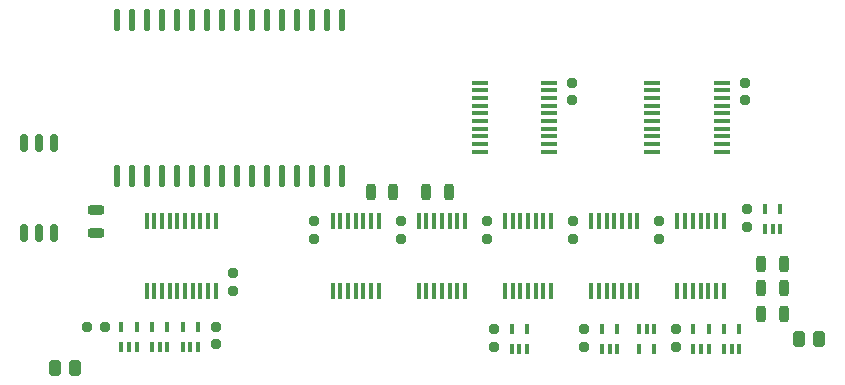
<source format=gtp>
G04 #@! TF.GenerationSoftware,KiCad,Pcbnew,(6.0.10-0)*
G04 #@! TF.CreationDate,2023-01-02T07:20:05-05:00*
G04 #@! TF.ProjectId,RAM128,52414d31-3238-42e6-9b69-6361645f7063,1.0*
G04 #@! TF.SameCoordinates,Original*
G04 #@! TF.FileFunction,Paste,Top*
G04 #@! TF.FilePolarity,Positive*
%FSLAX46Y46*%
G04 Gerber Fmt 4.6, Leading zero omitted, Abs format (unit mm)*
G04 Created by KiCad (PCBNEW (6.0.10-0)) date 2023-01-02 07:20:05*
%MOMM*%
%LPD*%
G01*
G04 APERTURE LIST*
G04 Aperture macros list*
%AMRoundRect*
0 Rectangle with rounded corners*
0 $1 Rounding radius*
0 $2 $3 $4 $5 $6 $7 $8 $9 X,Y pos of 4 corners*
0 Add a 4 corners polygon primitive as box body*
4,1,4,$2,$3,$4,$5,$6,$7,$8,$9,$2,$3,0*
0 Add four circle primitives for the rounded corners*
1,1,$1+$1,$2,$3*
1,1,$1+$1,$4,$5*
1,1,$1+$1,$6,$7*
1,1,$1+$1,$8,$9*
0 Add four rect primitives between the rounded corners*
20,1,$1+$1,$2,$3,$4,$5,0*
20,1,$1+$1,$4,$5,$6,$7,0*
20,1,$1+$1,$6,$7,$8,$9,0*
20,1,$1+$1,$8,$9,$2,$3,0*%
G04 Aperture macros list end*
%ADD10RoundRect,0.237500X0.262500X0.437500X-0.262500X0.437500X-0.262500X-0.437500X0.262500X-0.437500X0*%
%ADD11RoundRect,0.172500X-0.262500X0.212500X-0.262500X-0.212500X0.262500X-0.212500X0.262500X0.212500X0*%
%ADD12RoundRect,0.187500X0.212500X0.487500X-0.212500X0.487500X-0.212500X-0.487500X0.212500X-0.487500X0*%
%ADD13RoundRect,0.060000X-0.100000X0.400000X-0.100000X-0.400000X0.100000X-0.400000X0.100000X0.400000X0*%
%ADD14RoundRect,0.072500X-0.612500X-0.112500X0.612500X-0.112500X0.612500X0.112500X-0.612500X0.112500X0*%
%ADD15RoundRect,0.060000X0.100000X-0.400000X0.100000X0.400000X-0.100000X0.400000X-0.100000X-0.400000X0*%
%ADD16RoundRect,0.172500X0.212500X0.262500X-0.212500X0.262500X-0.212500X-0.262500X0.212500X-0.262500X0*%
%ADD17RoundRect,0.072500X0.112500X-0.612500X0.112500X0.612500X-0.112500X0.612500X-0.112500X-0.612500X0*%
%ADD18RoundRect,0.125000X-0.150000X0.802500X-0.150000X-0.802500X0.150000X-0.802500X0.150000X0.802500X0*%
%ADD19RoundRect,0.187500X-0.212500X-0.487500X0.212500X-0.487500X0.212500X0.487500X-0.212500X0.487500X0*%
%ADD20RoundRect,0.072500X-0.112500X0.612500X-0.112500X-0.612500X0.112500X-0.612500X0.112500X0.612500X0*%
%ADD21RoundRect,0.172500X0.262500X-0.212500X0.262500X0.212500X-0.262500X0.212500X-0.262500X-0.212500X0*%
%ADD22RoundRect,0.187500X-0.487500X0.212500X-0.487500X-0.212500X0.487500X-0.212500X0.487500X0.212500X0*%
%ADD23RoundRect,0.165000X0.190000X-0.572000X0.190000X0.572000X-0.190000X0.572000X-0.190000X-0.572000X0*%
G04 APERTURE END LIST*
D10*
X137160000Y-127889000D03*
X135460000Y-127889000D03*
D11*
X109600000Y-127000000D03*
X109600000Y-128500000D03*
D12*
X134150000Y-123500000D03*
X132250000Y-123500000D03*
D13*
X123200000Y-127000000D03*
X122550000Y-127000000D03*
X121900000Y-127000000D03*
X121900000Y-128700000D03*
X123200000Y-128700000D03*
D14*
X123000000Y-106150000D03*
X123000000Y-106800000D03*
X123000000Y-107450000D03*
X123000000Y-108100000D03*
X123000000Y-108750000D03*
X123000000Y-109400000D03*
X123000000Y-110050000D03*
X123000000Y-110700000D03*
X123000000Y-111350000D03*
X123000000Y-112000000D03*
X128900000Y-112000000D03*
X128900000Y-111350000D03*
X128900000Y-110700000D03*
X128900000Y-110050000D03*
X128900000Y-109400000D03*
X128900000Y-108750000D03*
X128900000Y-108100000D03*
X128900000Y-107450000D03*
X128900000Y-106800000D03*
X128900000Y-106150000D03*
D15*
X126500000Y-128700000D03*
X127150000Y-128700000D03*
X127800000Y-128700000D03*
X127800000Y-127000000D03*
X126500000Y-127000000D03*
X78050000Y-128500000D03*
X78700000Y-128500000D03*
X79350000Y-128500000D03*
X79350000Y-126800000D03*
X78050000Y-126800000D03*
D11*
X117250000Y-127000000D03*
X117250000Y-128500000D03*
D15*
X111100000Y-128700000D03*
X111750000Y-128700000D03*
X112400000Y-128700000D03*
X112400000Y-127000000D03*
X111100000Y-127000000D03*
X118750000Y-128700000D03*
X119400000Y-128700000D03*
X120050000Y-128700000D03*
X120050000Y-127000000D03*
X118750000Y-127000000D03*
D16*
X76650000Y-126800000D03*
X75150000Y-126800000D03*
D15*
X129100000Y-128700000D03*
X129750000Y-128700000D03*
X130400000Y-128700000D03*
X130400000Y-127000000D03*
X129100000Y-127000000D03*
D17*
X95950000Y-123800000D03*
X96600000Y-123800000D03*
X97250000Y-123800000D03*
X97900000Y-123800000D03*
X98550000Y-123800000D03*
X99200000Y-123800000D03*
X99850000Y-123800000D03*
X99850000Y-117900000D03*
X99200000Y-117900000D03*
X98550000Y-117900000D03*
X97900000Y-117900000D03*
X97250000Y-117900000D03*
X96600000Y-117900000D03*
X95950000Y-117900000D03*
X125150000Y-123800000D03*
X125800000Y-123800000D03*
X126450000Y-123800000D03*
X127100000Y-123800000D03*
X127750000Y-123800000D03*
X128400000Y-123800000D03*
X129050000Y-123800000D03*
X129050000Y-117900000D03*
X128400000Y-117900000D03*
X127750000Y-117900000D03*
X127100000Y-117900000D03*
X126450000Y-117900000D03*
X125800000Y-117900000D03*
X125150000Y-117900000D03*
D11*
X116300000Y-117900000D03*
X116300000Y-119400000D03*
D17*
X117850000Y-123800000D03*
X118500000Y-123800000D03*
X119150000Y-123800000D03*
X119800000Y-123800000D03*
X120450000Y-123800000D03*
X121100000Y-123800000D03*
X121750000Y-123800000D03*
X121750000Y-117900000D03*
X121100000Y-117900000D03*
X120450000Y-117900000D03*
X119800000Y-117900000D03*
X119150000Y-117900000D03*
X118500000Y-117900000D03*
X117850000Y-117900000D03*
D11*
X94400000Y-117900000D03*
X94400000Y-119400000D03*
D17*
X110550000Y-123800000D03*
X111200000Y-123800000D03*
X111850000Y-123800000D03*
X112500000Y-123800000D03*
X113150000Y-123800000D03*
X113800000Y-123800000D03*
X114450000Y-123800000D03*
X114450000Y-117900000D03*
X113800000Y-117900000D03*
X113150000Y-117900000D03*
X112500000Y-117900000D03*
X111850000Y-117900000D03*
X111200000Y-117900000D03*
X110550000Y-117900000D03*
D11*
X101700000Y-117900000D03*
X101700000Y-119400000D03*
D17*
X103250000Y-123800000D03*
X103900000Y-123800000D03*
X104550000Y-123800000D03*
X105200000Y-123800000D03*
X105850000Y-123800000D03*
X106500000Y-123800000D03*
X107150000Y-123800000D03*
X107150000Y-117900000D03*
X106500000Y-117900000D03*
X105850000Y-117900000D03*
X105200000Y-117900000D03*
X104550000Y-117900000D03*
X103900000Y-117900000D03*
X103250000Y-117900000D03*
D11*
X123600000Y-117900000D03*
X123600000Y-119400000D03*
X109000000Y-117900000D03*
X109000000Y-119400000D03*
X125000000Y-127000000D03*
X125000000Y-128500000D03*
D18*
X96774000Y-100838000D03*
X95504000Y-100838000D03*
X94234000Y-100838000D03*
X92964000Y-100838000D03*
X91694000Y-100838000D03*
X90424000Y-100838000D03*
X89154000Y-100838000D03*
X87884000Y-100838000D03*
X86614000Y-100838000D03*
X85344000Y-100838000D03*
X84074000Y-100838000D03*
X82804000Y-100838000D03*
X81534000Y-100838000D03*
X80264000Y-100838000D03*
X78994000Y-100838000D03*
X77724000Y-100838000D03*
X77724000Y-114046000D03*
X78994000Y-114046000D03*
X80264000Y-114046000D03*
X81534000Y-114046000D03*
X82804000Y-114046000D03*
X84074000Y-114046000D03*
X85344000Y-114046000D03*
X86614000Y-114046000D03*
X87884000Y-114046000D03*
X89154000Y-114046000D03*
X90424000Y-114046000D03*
X91694000Y-114046000D03*
X92964000Y-114046000D03*
X94234000Y-114046000D03*
X95504000Y-114046000D03*
X96774000Y-114046000D03*
D19*
X99200000Y-115450000D03*
X101100000Y-115450000D03*
D14*
X108400000Y-106150000D03*
X108400000Y-106800000D03*
X108400000Y-107450000D03*
X108400000Y-108100000D03*
X108400000Y-108750000D03*
X108400000Y-109400000D03*
X108400000Y-110050000D03*
X108400000Y-110700000D03*
X108400000Y-111350000D03*
X108400000Y-112000000D03*
X114300000Y-112000000D03*
X114300000Y-111350000D03*
X114300000Y-110700000D03*
X114300000Y-110050000D03*
X114300000Y-109400000D03*
X114300000Y-108750000D03*
X114300000Y-108100000D03*
X114300000Y-107450000D03*
X114300000Y-106800000D03*
X114300000Y-106150000D03*
D11*
X116250000Y-106150000D03*
X116250000Y-107650000D03*
X130850000Y-106150000D03*
X130850000Y-107650000D03*
D20*
X86050000Y-117900000D03*
X85400000Y-117900000D03*
X84750000Y-117900000D03*
X84100000Y-117900000D03*
X83450000Y-117900000D03*
X82800000Y-117900000D03*
X82150000Y-117900000D03*
X81500000Y-117900000D03*
X80850000Y-117900000D03*
X80200000Y-117900000D03*
X80200000Y-123800000D03*
X80850000Y-123800000D03*
X81500000Y-123800000D03*
X82150000Y-123800000D03*
X82800000Y-123800000D03*
X83450000Y-123800000D03*
X84100000Y-123800000D03*
X84750000Y-123800000D03*
X85400000Y-123800000D03*
X86050000Y-123800000D03*
D10*
X74150000Y-130300000D03*
X72450000Y-130300000D03*
D15*
X80650000Y-128500000D03*
X81300000Y-128500000D03*
X81950000Y-128500000D03*
X81950000Y-126800000D03*
X80650000Y-126800000D03*
X83250000Y-128500000D03*
X83900000Y-128500000D03*
X84550000Y-128500000D03*
X84550000Y-126800000D03*
X83250000Y-126800000D03*
D11*
X86050000Y-126800000D03*
X86050000Y-128300000D03*
D21*
X87500000Y-123800000D03*
X87500000Y-122300000D03*
D15*
X132550000Y-118550000D03*
X133200000Y-118550000D03*
X133850000Y-118550000D03*
X133850000Y-116850000D03*
X132550000Y-116850000D03*
D11*
X131050000Y-116850000D03*
X131050000Y-118350000D03*
D12*
X134150000Y-125700000D03*
X132250000Y-125700000D03*
X105800000Y-115450000D03*
X103900000Y-115450000D03*
D19*
X132250000Y-121500000D03*
X134150000Y-121500000D03*
D22*
X75946000Y-116972000D03*
X75946000Y-118872000D03*
D23*
X69850000Y-118872000D03*
X71120000Y-118872000D03*
X72390000Y-118872000D03*
X72390000Y-111252000D03*
X71120000Y-111252000D03*
X69850000Y-111252000D03*
M02*

</source>
